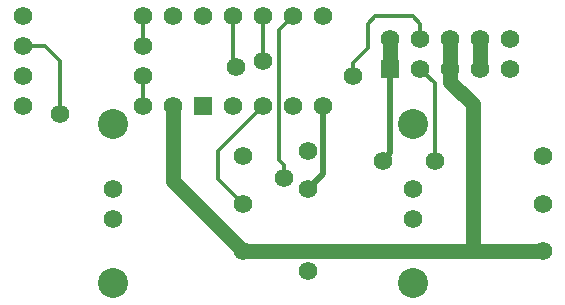
<source format=gbr>
G04 #@! TF.GenerationSoftware,KiCad,Pcbnew,(5.0.1)-3*
G04 #@! TF.CreationDate,2018-12-07T15:58:26-08:00*
G04 #@! TF.ProjectId,500-1092-DualAtnGain,3530302D313039322D4475616C41746E,rev?*
G04 #@! TF.SameCoordinates,Original*
G04 #@! TF.FileFunction,Copper,L1,Top,Signal*
G04 #@! TF.FilePolarity,Positive*
%FSLAX46Y46*%
G04 Gerber Fmt 4.6, Leading zero omitted, Abs format (unit mm)*
G04 Created by KiCad (PCBNEW (5.0.1)-3) date 12/7/2018 3:58:26 PM*
%MOMM*%
%LPD*%
G01*
G04 APERTURE LIST*
G04 #@! TA.AperFunction,ComponentPad*
%ADD10C,2.540000*%
G04 #@! TD*
G04 #@! TA.AperFunction,ComponentPad*
%ADD11C,1.574800*%
G04 #@! TD*
G04 #@! TA.AperFunction,ComponentPad*
%ADD12R,1.574800X1.574800*%
G04 #@! TD*
G04 #@! TA.AperFunction,ViaPad*
%ADD13C,1.574800*%
G04 #@! TD*
G04 #@! TA.AperFunction,Conductor*
%ADD14C,1.270000*%
G04 #@! TD*
G04 #@! TA.AperFunction,Conductor*
%ADD15C,0.304800*%
G04 #@! TD*
G04 #@! TA.AperFunction,Conductor*
%ADD16C,0.508000*%
G04 #@! TD*
G04 APERTURE END LIST*
D10*
G04 #@! TO.P,R101,*
G04 #@! TO.N,*
X127000000Y-99345000D03*
X127000000Y-112745000D03*
D11*
G04 #@! TO.P,R101,4*
G04 #@! TO.N,/V-*
X127000000Y-104775000D03*
G04 #@! TO.P,R101,5*
G04 #@! TO.N,Net-(R101-Pad5)*
X127000000Y-107315000D03*
G04 #@! TO.P,R101,2*
G04 #@! TO.N,Net-(R101-Pad2)*
X138000000Y-106045000D03*
G04 #@! TO.P,R101,3*
G04 #@! TO.N,GND*
X138000000Y-110045000D03*
G04 #@! TO.P,R101,1*
G04 #@! TO.N,Net-(P101-Pad3)*
X138000000Y-102045000D03*
G04 #@! TD*
G04 #@! TO.P,C101,1*
G04 #@! TO.N,/V+*
X132080000Y-90170000D03*
G04 #@! TO.P,C101,2*
G04 #@! TO.N,GND*
X132080000Y-97790000D03*
G04 #@! TD*
G04 #@! TO.P,C102,1*
G04 #@! TO.N,/V-*
X144780000Y-97790000D03*
G04 #@! TO.P,C102,2*
G04 #@! TO.N,GND*
X144780000Y-90170000D03*
G04 #@! TD*
G04 #@! TO.P,R103,1*
G04 #@! TO.N,Net-(P101-Pad3)*
X119380000Y-97790000D03*
G04 #@! TO.P,R103,2*
G04 #@! TO.N,Net-(R103-Pad2)*
X129540000Y-97790000D03*
G04 #@! TD*
G04 #@! TO.P,R104,1*
G04 #@! TO.N,Net-(P101-Pad9)*
X119380000Y-92710000D03*
G04 #@! TO.P,R104,2*
G04 #@! TO.N,Net-(R104-Pad2)*
X129540000Y-92710000D03*
G04 #@! TD*
G04 #@! TO.P,R105,1*
G04 #@! TO.N,Net-(R103-Pad2)*
X129540000Y-95250000D03*
G04 #@! TO.P,R105,2*
G04 #@! TO.N,Net-(P101-Pad4)*
X119380000Y-95250000D03*
G04 #@! TD*
G04 #@! TO.P,R106,1*
G04 #@! TO.N,Net-(R104-Pad2)*
X129540000Y-90170000D03*
G04 #@! TO.P,R106,2*
G04 #@! TO.N,Net-(P101-Pad10)*
X119380000Y-90170000D03*
G04 #@! TD*
D12*
G04 #@! TO.P,U101,1*
G04 #@! TO.N,Net-(P101-Pad4)*
X134620000Y-97790000D03*
D11*
G04 #@! TO.P,U101,2*
G04 #@! TO.N,Net-(R103-Pad2)*
X137160000Y-97790000D03*
G04 #@! TO.P,U101,3*
G04 #@! TO.N,Net-(R101-Pad2)*
X139700000Y-97790000D03*
G04 #@! TO.P,U101,4*
G04 #@! TO.N,/V-*
X142240000Y-97790000D03*
G04 #@! TO.P,U101,5*
G04 #@! TO.N,Net-(R102-Pad2)*
X142240000Y-90170000D03*
G04 #@! TO.P,U101,6*
G04 #@! TO.N,Net-(R104-Pad2)*
X139700000Y-90170000D03*
G04 #@! TO.P,U101,7*
G04 #@! TO.N,Net-(P101-Pad10)*
X137160000Y-90170000D03*
G04 #@! TO.P,U101,8*
G04 #@! TO.N,/V+*
X134620000Y-90170000D03*
G04 #@! TD*
G04 #@! TO.P,R102,1*
G04 #@! TO.N,Net-(P101-Pad9)*
X163400000Y-102045000D03*
G04 #@! TO.P,R102,3*
G04 #@! TO.N,GND*
X163400000Y-110045000D03*
G04 #@! TO.P,R102,2*
G04 #@! TO.N,Net-(R102-Pad2)*
X163400000Y-106045000D03*
G04 #@! TO.P,R102,5*
G04 #@! TO.N,Net-(R1-Pad2)*
X152400000Y-107315000D03*
G04 #@! TO.P,R102,4*
G04 #@! TO.N,Net-(R101-Pad5)*
X152400000Y-104775000D03*
D10*
G04 #@! TO.P,R102,*
G04 #@! TO.N,*
X152400000Y-112745000D03*
X152400000Y-99345000D03*
G04 #@! TD*
D12*
G04 #@! TO.P,P101,1*
G04 #@! TO.N,/V+*
X150495000Y-94615000D03*
D11*
G04 #@! TO.P,P101,2*
X150495000Y-92075000D03*
G04 #@! TO.P,P101,3*
G04 #@! TO.N,Net-(P101-Pad3)*
X153035000Y-94615000D03*
G04 #@! TO.P,P101,4*
G04 #@! TO.N,Net-(P101-Pad4)*
X153035000Y-92075000D03*
G04 #@! TO.P,P101,5*
G04 #@! TO.N,GND*
X155575000Y-94615000D03*
G04 #@! TO.P,P101,6*
X155575000Y-92075000D03*
G04 #@! TO.P,P101,7*
G04 #@! TO.N,/V-*
X158115000Y-94615000D03*
G04 #@! TO.P,P101,8*
X158115000Y-92075000D03*
G04 #@! TO.P,P101,9*
G04 #@! TO.N,Net-(P101-Pad9)*
X160655000Y-94615000D03*
G04 #@! TO.P,P101,10*
G04 #@! TO.N,Net-(P101-Pad10)*
X160655000Y-92075000D03*
G04 #@! TD*
G04 #@! TO.P,R1,1*
G04 #@! TO.N,/V+*
X143510000Y-101600000D03*
G04 #@! TO.P,R1,2*
G04 #@! TO.N,Net-(R1-Pad2)*
X143510000Y-111760000D03*
G04 #@! TD*
D13*
G04 #@! TO.N,Net-(P101-Pad3)*
X154270713Y-102397411D03*
G04 #@! TO.N,Net-(P101-Pad4)*
X147320000Y-95250000D03*
G04 #@! TO.N,Net-(P101-Pad9)*
X122555000Y-98425000D03*
G04 #@! TO.N,Net-(P101-Pad10)*
X137396522Y-94484810D03*
G04 #@! TO.N,Net-(R102-Pad2)*
X141482145Y-103879611D03*
G04 #@! TO.N,Net-(R104-Pad2)*
X139700000Y-93980000D03*
G04 #@! TO.N,/V+*
X149849874Y-102397411D03*
G04 #@! TO.N,/V-*
X143510000Y-104775000D03*
G04 #@! TD*
D14*
G04 #@! TO.N,GND*
X132080000Y-104125000D02*
X138000000Y-110045000D01*
X132080000Y-97790000D02*
X132080000Y-104125000D01*
X155575000Y-92075000D02*
X155575000Y-94615000D01*
X155575000Y-95728551D02*
X157480000Y-97633551D01*
X155575000Y-94615000D02*
X155575000Y-95728551D01*
X157480000Y-97633551D02*
X157480000Y-110045000D01*
X138000000Y-110045000D02*
X157480000Y-110045000D01*
X157480000Y-110045000D02*
X163400000Y-110045000D01*
D15*
G04 #@! TO.N,Net-(P101-Pad3)*
X153035000Y-94615000D02*
X154270713Y-95850713D01*
X154270713Y-95850713D02*
X154270713Y-101283860D01*
X154270713Y-101283860D02*
X154270713Y-102397411D01*
G04 #@! TO.N,Net-(P101-Pad4)*
X153035000Y-90805000D02*
X153035000Y-92075000D01*
X147320000Y-94136449D02*
X148590000Y-92866449D01*
X148590000Y-92866449D02*
X148590000Y-90805000D01*
X148590000Y-90805000D02*
X149225000Y-90170000D01*
X149225000Y-90170000D02*
X152400000Y-90170000D01*
X147320000Y-95250000D02*
X147320000Y-94136449D01*
X152400000Y-90170000D02*
X153035000Y-90805000D01*
G04 #@! TO.N,Net-(P101-Pad9)*
X122555000Y-98425000D02*
X122555000Y-93980000D01*
X122555000Y-93980000D02*
X121285000Y-92710000D01*
X121285000Y-92710000D02*
X119380000Y-92710000D01*
G04 #@! TO.N,Net-(P101-Pad10)*
X137396522Y-94216522D02*
X137396522Y-94484810D01*
X137160000Y-93980000D02*
X137396522Y-94216522D01*
X137160000Y-90170000D02*
X137160000Y-93980000D01*
G04 #@! TO.N,Net-(R101-Pad2)*
X135890000Y-103935000D02*
X138000000Y-106045000D01*
X139700000Y-97790000D02*
X135890000Y-101600000D01*
X135890000Y-101600000D02*
X135890000Y-103935000D01*
G04 #@! TO.N,Net-(R102-Pad2)*
X142240000Y-90170000D02*
X141100199Y-91309801D01*
X141100199Y-91309801D02*
X141100199Y-102384114D01*
X141482145Y-102766060D02*
X141482145Y-103879611D01*
X141100199Y-102384114D02*
X141482145Y-102766060D01*
G04 #@! TO.N,Net-(R103-Pad2)*
X129540000Y-95250000D02*
X129540000Y-97790000D01*
G04 #@! TO.N,Net-(R104-Pad2)*
X129540000Y-90170000D02*
X129540000Y-92710000D01*
X139700000Y-93980000D02*
X139700000Y-90170000D01*
D14*
G04 #@! TO.N,/V+*
X150495000Y-92075000D02*
X150495000Y-94615000D01*
D16*
X150495000Y-101752285D02*
X149849874Y-102397411D01*
X150495000Y-94615000D02*
X150495000Y-101752285D01*
D14*
G04 #@! TO.N,/V-*
X158115000Y-92075000D02*
X158115000Y-94615000D01*
D16*
X143510000Y-104775000D02*
X144780000Y-103505000D01*
X144780000Y-103505000D02*
X144780000Y-97790000D01*
G04 #@! TD*
M02*

</source>
